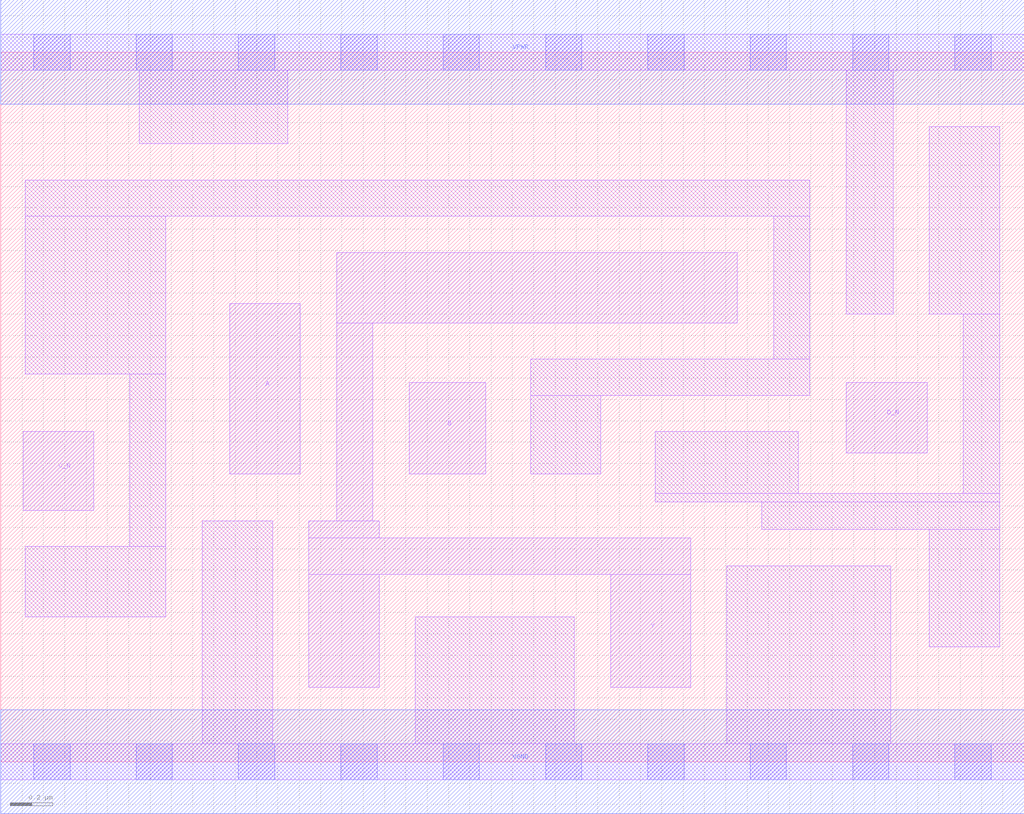
<source format=lef>
# Copyright 2020 The SkyWater PDK Authors
#
# Licensed under the Apache License, Version 2.0 (the "License");
# you may not use this file except in compliance with the License.
# You may obtain a copy of the License at
#
#     https://www.apache.org/licenses/LICENSE-2.0
#
# Unless required by applicable law or agreed to in writing, software
# distributed under the License is distributed on an "AS IS" BASIS,
# WITHOUT WARRANTIES OR CONDITIONS OF ANY KIND, either express or implied.
# See the License for the specific language governing permissions and
# limitations under the License.
#
# SPDX-License-Identifier: Apache-2.0

VERSION 5.7 ;
  NAMESCASESENSITIVE ON ;
  NOWIREEXTENSIONATPIN ON ;
  DIVIDERCHAR "/" ;
  BUSBITCHARS "[]" ;
UNITS
  DATABASE MICRONS 200 ;
END UNITS
MACRO sky130_fd_sc_ms__nor4bb_1
  CLASS CORE ;
  FOREIGN sky130_fd_sc_ms__nor4bb_1 ;
  ORIGIN  0.000000  0.000000 ;
  SIZE  4.800000 BY  3.330000 ;
  SYMMETRY X Y ;
  SITE unit ;
  PIN A
    ANTENNAGATEAREA  0.312600 ;
    DIRECTION INPUT ;
    USE SIGNAL ;
    PORT
      LAYER li1 ;
        RECT 1.075000 1.350000 1.405000 2.150000 ;
    END
  END A
  PIN B
    ANTENNAGATEAREA  0.312600 ;
    DIRECTION INPUT ;
    USE SIGNAL ;
    PORT
      LAYER li1 ;
        RECT 1.915000 1.350000 2.275000 1.780000 ;
    END
  END B
  PIN C_N
    ANTENNAGATEAREA  0.233700 ;
    DIRECTION INPUT ;
    USE SIGNAL ;
    PORT
      LAYER li1 ;
        RECT 0.105000 1.180000 0.435000 1.550000 ;
    END
  END C_N
  PIN D_N
    ANTENNAGATEAREA  0.233700 ;
    DIRECTION INPUT ;
    USE SIGNAL ;
    PORT
      LAYER li1 ;
        RECT 3.965000 1.450000 4.345000 1.780000 ;
    END
  END D_N
  PIN Y
    ANTENNADIFFAREA  0.831600 ;
    DIRECTION OUTPUT ;
    USE SIGNAL ;
    PORT
      LAYER li1 ;
        RECT 1.445000 0.350000 1.775000 0.880000 ;
        RECT 1.445000 0.880000 3.235000 1.050000 ;
        RECT 1.445000 1.050000 1.775000 1.130000 ;
        RECT 1.575000 1.130000 1.745000 2.060000 ;
        RECT 1.575000 2.060000 3.455000 2.390000 ;
        RECT 2.860000 0.350000 3.235000 0.880000 ;
    END
  END Y
  PIN VGND
    DIRECTION INOUT ;
    USE GROUND ;
    PORT
      LAYER met1 ;
        RECT 0.000000 -0.245000 4.800000 0.245000 ;
    END
  END VGND
  PIN VPWR
    DIRECTION INOUT ;
    USE POWER ;
    PORT
      LAYER met1 ;
        RECT 0.000000 3.085000 4.800000 3.575000 ;
    END
  END VPWR
  OBS
    LAYER li1 ;
      RECT 0.000000 -0.085000 4.800000 0.085000 ;
      RECT 0.000000  3.245000 4.800000 3.415000 ;
      RECT 0.115000  0.680000 0.775000 1.010000 ;
      RECT 0.115000  1.820000 0.775000 2.560000 ;
      RECT 0.115000  2.560000 3.795000 2.730000 ;
      RECT 0.605000  1.010000 0.775000 1.820000 ;
      RECT 0.650000  2.900000 1.345000 3.245000 ;
      RECT 0.945000  0.085000 1.275000 1.130000 ;
      RECT 1.945000  0.085000 2.690000 0.680000 ;
      RECT 2.485000  1.350000 2.815000 1.720000 ;
      RECT 2.485000  1.720000 3.795000 1.890000 ;
      RECT 3.070000  1.220000 4.685000 1.260000 ;
      RECT 3.070000  1.260000 3.740000 1.550000 ;
      RECT 3.405000  0.085000 4.175000 0.920000 ;
      RECT 3.570000  1.090000 4.685000 1.220000 ;
      RECT 3.625000  1.890000 3.795000 2.560000 ;
      RECT 3.965000  2.100000 4.185000 3.245000 ;
      RECT 4.355000  0.540000 4.685000 1.090000 ;
      RECT 4.355000  2.100000 4.685000 2.980000 ;
      RECT 4.515000  1.260000 4.685000 2.100000 ;
    LAYER mcon ;
      RECT 0.155000 -0.085000 0.325000 0.085000 ;
      RECT 0.155000  3.245000 0.325000 3.415000 ;
      RECT 0.635000 -0.085000 0.805000 0.085000 ;
      RECT 0.635000  3.245000 0.805000 3.415000 ;
      RECT 1.115000 -0.085000 1.285000 0.085000 ;
      RECT 1.115000  3.245000 1.285000 3.415000 ;
      RECT 1.595000 -0.085000 1.765000 0.085000 ;
      RECT 1.595000  3.245000 1.765000 3.415000 ;
      RECT 2.075000 -0.085000 2.245000 0.085000 ;
      RECT 2.075000  3.245000 2.245000 3.415000 ;
      RECT 2.555000 -0.085000 2.725000 0.085000 ;
      RECT 2.555000  3.245000 2.725000 3.415000 ;
      RECT 3.035000 -0.085000 3.205000 0.085000 ;
      RECT 3.035000  3.245000 3.205000 3.415000 ;
      RECT 3.515000 -0.085000 3.685000 0.085000 ;
      RECT 3.515000  3.245000 3.685000 3.415000 ;
      RECT 3.995000 -0.085000 4.165000 0.085000 ;
      RECT 3.995000  3.245000 4.165000 3.415000 ;
      RECT 4.475000 -0.085000 4.645000 0.085000 ;
      RECT 4.475000  3.245000 4.645000 3.415000 ;
  END
END sky130_fd_sc_ms__nor4bb_1
END LIBRARY

</source>
